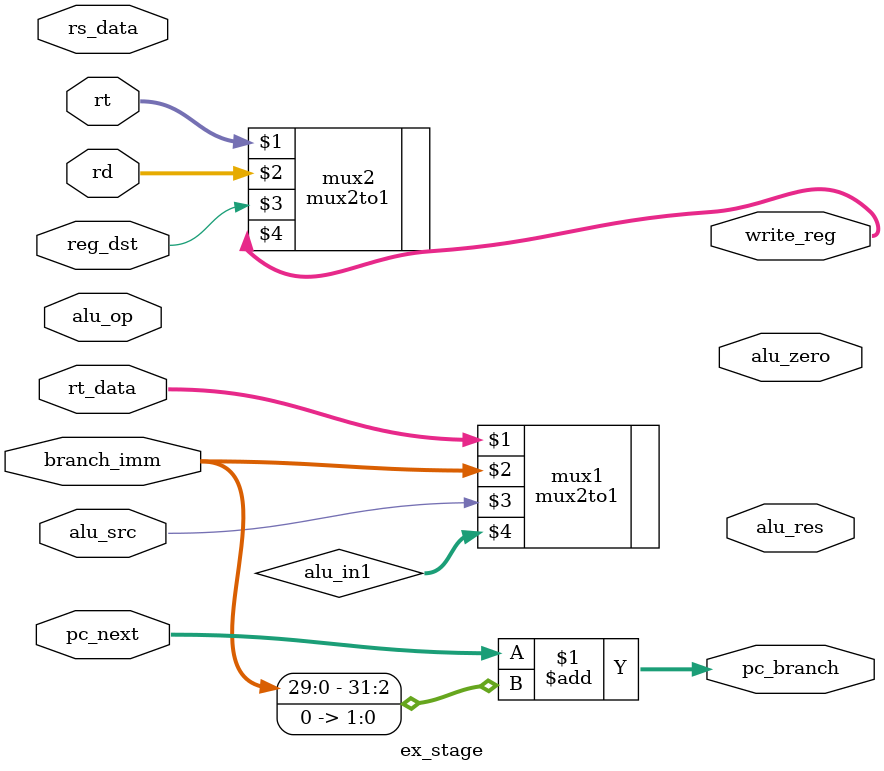
<source format=v>
`include "alu.v"
`include "alu_control.v"

module ex_stage (input alu_src, input [1:0] alu_op, input reg_dst, input [31:0] pc_next, input [31:0] branch_imm, input [31:0] rs_data, input [31:0] rt_data, input [4:0] rt, input [4:0] rd, output [31:0] pc_branch, output alu_zero, output [31:0] alu_res, output [4:0] write_reg);

    wire [3:0] operation;
    wire [31:0] alu_in1;
    mux2to1 #(32) mux1(rt_data, branch_imm, alu_src, alu_in1);
    // alu_control alu_control1(branch_imm[5:0], alu_op, operation);
    // alu alu1(rs_data, alu_in1, operation, alu_zero, alu_res);
    // check dest or dst
    mux2to1 #(5) mux2(rt, rd, reg_dst, write_reg);
    assign pc_branch = pc_next+{branch_imm[29:0], 2'b00};

    
endmodule
</source>
